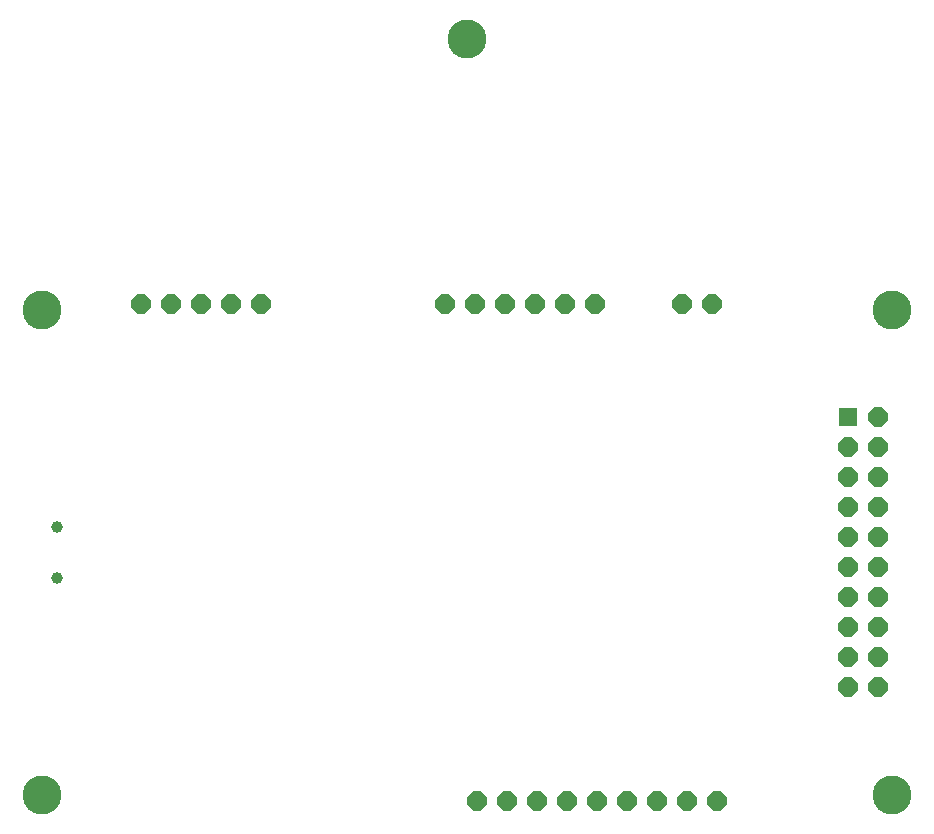
<source format=gbs>
G75*
%MOIN*%
%OFA0B0*%
%FSLAX24Y24*%
%IPPOS*%
%LPD*%
%AMOC8*
5,1,8,0,0,1.08239X$1,22.5*
%
%ADD10C,0.1300*%
%ADD11OC8,0.0640*%
%ADD12C,0.0394*%
%ADD13R,0.0640X0.0640*%
D10*
X006993Y005662D03*
X006993Y021804D03*
X021166Y030859D03*
X035339Y021804D03*
X035339Y005662D03*
D11*
X034855Y009233D03*
X033855Y009233D03*
X033855Y010233D03*
X034855Y010233D03*
X034855Y011233D03*
X033855Y011233D03*
X033855Y012233D03*
X034855Y012233D03*
X034855Y013233D03*
X034855Y014233D03*
X033855Y014233D03*
X033855Y013233D03*
X033855Y015233D03*
X034855Y015233D03*
X034855Y016233D03*
X033855Y016233D03*
X033855Y017233D03*
X034855Y017233D03*
X034855Y018233D03*
X029343Y022000D03*
X028343Y022000D03*
X025438Y022000D03*
X024438Y022000D03*
X023438Y022000D03*
X022438Y022000D03*
X021438Y022000D03*
X020438Y022000D03*
X014308Y022000D03*
X013308Y022000D03*
X012308Y022000D03*
X011308Y022000D03*
X010308Y022000D03*
X021497Y005465D03*
X022497Y005465D03*
X023497Y005465D03*
X024497Y005465D03*
X025497Y005465D03*
X026497Y005465D03*
X027497Y005465D03*
X028497Y005465D03*
X029497Y005465D03*
D12*
X007485Y012867D03*
X007485Y014599D03*
D13*
X033855Y018233D03*
M02*

</source>
